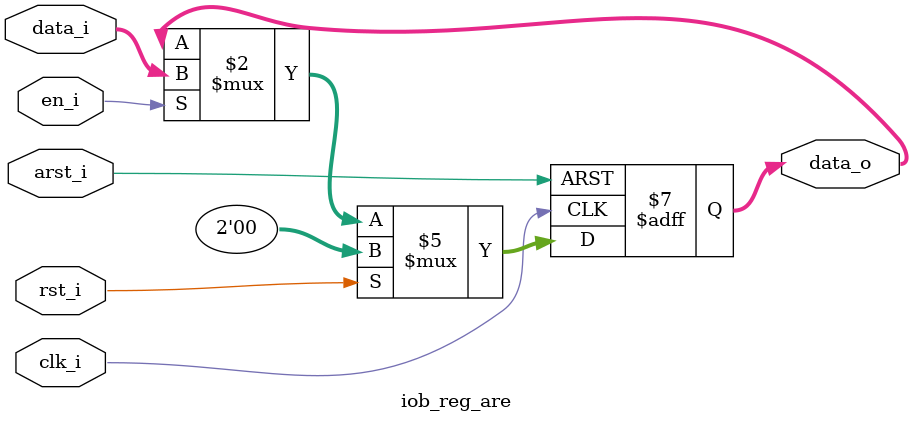
<source format=v>
`timescale 1ns / 1ps

module iob_reg_are
  #(
    parameter DATA_W = 0,
    parameter RST_VAL = 0
    )
   (
    input                   clk_i,
    input                   arst_i,
    input                   rst_i,
    input                   en_i,
    input [DATA_W-1:0]      data_i,
    output reg [DATA_W-1:0] data_o
    );

   // prevent width mismatch
   localparam [DATA_W-1:0] RST_VAL_INT = RST_VAL;
   
   always @(posedge clk_i, posedge arst_i) begin
      if (arst_i) begin
         data_o <= RST_VAL_INT;
      end else if (rst_i) begin
         data_o <= RST_VAL_INT;
      end else if (en_i) begin
         data_o <= data_i;
      end
   end

endmodule

</source>
